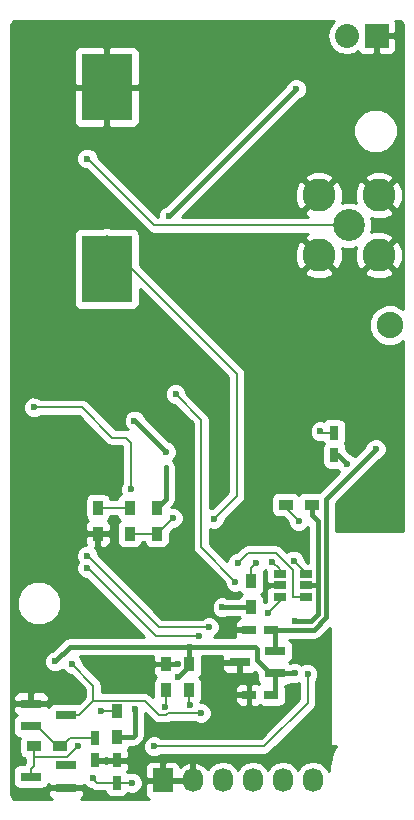
<source format=gbl>
G04 #@! TF.FileFunction,Copper,L2,Bot,Signal*
%FSLAX46Y46*%
G04 Gerber Fmt 4.6, Leading zero omitted, Abs format (unit mm)*
G04 Created by KiCad (PCBNEW (2015-11-03 BZR 6296)-product) date Wednesday, November 04, 2015 'PMt' 10:27:15 PM*
%MOMM*%
G01*
G04 APERTURE LIST*
%ADD10C,0.100000*%
%ADD11R,1.800860X0.800100*%
%ADD12R,0.750000X1.200000*%
%ADD13R,1.200000X0.750000*%
%ADD14C,2.800000*%
%ADD15C,2.700000*%
%ADD16R,4.300000X5.700000*%
%ADD17R,0.900000X1.200000*%
%ADD18R,1.200000X0.900000*%
%ADD19R,1.060000X0.650000*%
%ADD20R,1.727200X2.032000*%
%ADD21O,1.727200X2.032000*%
%ADD22C,2.235200*%
%ADD23R,2.032000X2.032000*%
%ADD24O,2.032000X2.032000*%
%ADD25C,0.600000*%
%ADD26C,0.200000*%
%ADD27C,0.400000*%
%ADD28C,0.254000*%
G04 APERTURE END LIST*
D10*
D11*
X182323860Y-122650000D03*
X182323860Y-120750000D03*
X185326140Y-121700000D03*
X185326140Y-125975000D03*
X185326140Y-127875000D03*
X182323860Y-126925000D03*
D12*
X189600000Y-127450000D03*
X189600000Y-125550000D03*
X187750000Y-123650000D03*
X187750000Y-125550000D03*
D13*
X202700000Y-114500000D03*
X200800000Y-114500000D03*
X202700000Y-120000000D03*
X200800000Y-120000000D03*
D12*
X208000000Y-97800000D03*
X208000000Y-99700000D03*
D14*
X206710000Y-77710000D03*
X206710000Y-82790000D03*
X211790000Y-82790000D03*
X211790000Y-77710000D03*
D15*
X209250000Y-80250000D03*
D16*
X188750000Y-68550000D03*
X188750000Y-83950000D03*
D17*
X189625000Y-123600000D03*
X189625000Y-121400000D03*
D18*
X184775000Y-124350000D03*
X182575000Y-124350000D03*
D17*
X201000000Y-110400000D03*
X201000000Y-112600000D03*
X195750000Y-117400000D03*
X195750000Y-119600000D03*
X193750000Y-117400000D03*
X193750000Y-119600000D03*
X193000000Y-104150000D03*
X193000000Y-106350000D03*
X190700000Y-106350000D03*
X190700000Y-104150000D03*
X188000000Y-104150000D03*
X188000000Y-106350000D03*
D19*
X203400000Y-111700000D03*
X203400000Y-110750000D03*
X203400000Y-109800000D03*
X205600000Y-109800000D03*
X205600000Y-111700000D03*
X205600000Y-110750000D03*
D11*
X203001140Y-116300000D03*
X203001140Y-118200000D03*
X199998860Y-117250000D03*
D20*
X193500000Y-127250000D03*
D21*
X196040000Y-127250000D03*
X198580000Y-127250000D03*
X201120000Y-127250000D03*
X203660000Y-127250000D03*
X206200000Y-127250000D03*
D18*
X206100000Y-103900000D03*
X203900000Y-103900000D03*
D22*
X212700000Y-88700000D03*
D23*
X211600000Y-64200000D03*
D24*
X209060000Y-64200000D03*
D25*
X187550000Y-127050000D03*
X205000000Y-105300000D03*
X190875000Y-127450000D03*
X192750000Y-124375000D03*
X205750000Y-118225000D03*
X199425000Y-114500000D03*
X197275000Y-117400000D03*
X194750000Y-117400000D03*
X187825000Y-117400000D03*
X202300000Y-110750000D03*
X211525000Y-99200000D03*
X194750000Y-118525000D03*
X191150000Y-121200000D03*
X184375000Y-117175000D03*
X204650000Y-113725000D03*
X204650000Y-118175000D03*
X195800000Y-115925000D03*
X198550000Y-112600000D03*
X206850000Y-97700000D03*
X193750000Y-99425000D03*
X191100000Y-96800000D03*
X194000000Y-79500000D03*
X204800000Y-68700000D03*
X187100000Y-74600000D03*
X197800000Y-105100000D03*
X185800000Y-117400000D03*
X196750000Y-121550000D03*
X201425000Y-108875000D03*
X195760257Y-120849980D03*
X193675431Y-120995591D03*
X194325000Y-105050000D03*
X202750000Y-108725000D03*
X202375000Y-113050000D03*
X199650000Y-110425000D03*
X194575000Y-94550000D03*
X187107370Y-108226308D03*
X197425000Y-114275000D03*
X187100000Y-109250000D03*
X196600000Y-115050000D03*
X190800000Y-102575000D03*
X182600000Y-95675000D03*
X204575000Y-108650000D03*
X199825000Y-108875000D03*
X209100000Y-100450000D03*
X188250000Y-121400000D03*
X186300000Y-124350000D03*
D26*
X187849999Y-127349999D02*
X187550000Y-127050000D01*
X187950000Y-127450000D02*
X187849999Y-127349999D01*
X189600000Y-127450000D02*
X187950000Y-127450000D01*
X203900000Y-103900000D02*
X203900000Y-104200000D01*
X203900000Y-104200000D02*
X205000000Y-105300000D01*
X190875000Y-127450000D02*
X189600000Y-127450000D01*
X202075000Y-124375000D02*
X192750000Y-124375000D01*
X205750000Y-120700000D02*
X202075000Y-124375000D01*
X205750000Y-118225000D02*
X205750000Y-120700000D01*
D27*
X200800000Y-114500000D02*
X199425000Y-114500000D01*
X193750000Y-117400000D02*
X194750000Y-117400000D01*
X197425000Y-117250000D02*
X199998860Y-117250000D01*
X197275000Y-117400000D02*
X197425000Y-117250000D01*
X193750000Y-117400000D02*
X187825000Y-117400000D01*
X203400000Y-110750000D02*
X202300000Y-110750000D01*
D26*
X182323860Y-122650000D02*
X182824240Y-122650000D01*
X182824240Y-122650000D02*
X184524240Y-124350000D01*
X184524240Y-124350000D02*
X184775000Y-124350000D01*
X184925000Y-124350000D02*
X185625000Y-123650000D01*
X185625000Y-123650000D02*
X187175000Y-123650000D01*
X187175000Y-123650000D02*
X187750000Y-123650000D01*
X187075000Y-123650000D02*
X187750000Y-123650000D01*
D27*
X206275000Y-114500000D02*
X202700000Y-114500000D01*
X207325000Y-113450000D02*
X206275000Y-114500000D01*
X207325000Y-103400000D02*
X207325000Y-113450000D01*
X211525000Y-99200000D02*
X207325000Y-103400000D01*
X202700000Y-114500000D02*
X203001140Y-114801140D01*
X203001140Y-114801140D02*
X203001140Y-116300000D01*
X206100000Y-103900000D02*
X206100000Y-104750000D01*
X206100000Y-104750000D02*
X206600000Y-105250000D01*
X206600000Y-105250000D02*
X206600000Y-110750000D01*
X189625000Y-123600000D02*
X191000000Y-123600000D01*
X194750000Y-118525000D02*
X195750000Y-117525000D01*
X191150000Y-123450000D02*
X191150000Y-121200000D01*
X191000000Y-123600000D02*
X191150000Y-123450000D01*
X195750000Y-117525000D02*
X195750000Y-117400000D01*
X184375000Y-117175000D02*
X185625000Y-115925000D01*
X185625000Y-115925000D02*
X195800000Y-115925000D01*
X203001140Y-118200000D02*
X202600000Y-118200000D01*
X202600000Y-118200000D02*
X201475000Y-117075000D01*
X201275000Y-115925000D02*
X195800000Y-115925000D01*
X201475000Y-116125000D02*
X201275000Y-115925000D01*
X201475000Y-117075000D02*
X201475000Y-116125000D01*
X203001140Y-118200000D02*
X204625000Y-118200000D01*
X206600000Y-110750000D02*
X205600000Y-110750000D01*
X206600000Y-113150000D02*
X206600000Y-110750000D01*
X206025000Y-113725000D02*
X206600000Y-113150000D01*
X204650000Y-113725000D02*
X206025000Y-113725000D01*
X204625000Y-118200000D02*
X204650000Y-118175000D01*
X201000000Y-112600000D02*
X198550000Y-112600000D01*
X195750000Y-115975000D02*
X195750000Y-117400000D01*
X195800000Y-115925000D02*
X195750000Y-115975000D01*
X203001140Y-118200000D02*
X203001140Y-119698860D01*
X203001140Y-119698860D02*
X202700000Y-120000000D01*
D26*
X206850000Y-97700000D02*
X206950000Y-97800000D01*
X206950000Y-97800000D02*
X208000000Y-97800000D01*
D27*
X191100000Y-96800000D02*
X191125000Y-96800000D01*
X191125000Y-96800000D02*
X193750000Y-99425000D01*
X204800000Y-68700000D02*
X194000000Y-79500000D01*
X193750000Y-100750000D02*
X193750000Y-103400000D01*
X193750000Y-103400000D02*
X193000000Y-104150000D01*
D26*
X187399999Y-74899999D02*
X187100000Y-74600000D01*
X192750000Y-80250000D02*
X187399999Y-74899999D01*
X209250000Y-80250000D02*
X192750000Y-80250000D01*
X199750000Y-92838002D02*
X199750000Y-103150000D01*
X199750000Y-103150000D02*
X197800000Y-105100000D01*
X188750000Y-81838002D02*
X188750000Y-81100000D01*
X199750000Y-92838002D02*
X188750000Y-81838002D01*
X187626571Y-120499999D02*
X187626571Y-119226571D01*
X187626571Y-119226571D02*
X185800000Y-117400000D01*
X193754875Y-121700021D02*
X193178873Y-121700021D01*
X186426570Y-121700000D02*
X185326140Y-121700000D01*
X196750000Y-121550000D02*
X193904896Y-121550000D01*
X193904896Y-121550000D02*
X193754875Y-121700021D01*
X187626571Y-120499999D02*
X186426570Y-121700000D01*
X193178873Y-121700021D02*
X191978851Y-120499999D01*
X191978851Y-120499999D02*
X187626571Y-120499999D01*
X201000000Y-110400000D02*
X201000000Y-109300000D01*
X201000000Y-109300000D02*
X201425000Y-108875000D01*
X195750000Y-120839723D02*
X195760257Y-120849980D01*
X195750000Y-119600000D02*
X195750000Y-120839723D01*
X193750000Y-120921022D02*
X193675431Y-120995591D01*
X193750000Y-119600000D02*
X193750000Y-120921022D01*
X202750000Y-108725000D02*
X203400000Y-109375000D01*
X203400000Y-109800000D02*
X203400000Y-109375000D01*
X194325000Y-105050000D02*
X193025000Y-106350000D01*
X193000000Y-106350000D02*
X193025000Y-106350000D01*
X190700000Y-106350000D02*
X193000000Y-106350000D01*
X190700000Y-104150000D02*
X188000000Y-104150000D01*
X203400000Y-111700000D02*
X203400000Y-112025000D01*
X203400000Y-112025000D02*
X202375000Y-113050000D01*
X199650000Y-110425000D02*
X196750000Y-107525000D01*
X196750000Y-107525000D02*
X196750000Y-96725000D01*
X196750000Y-96725000D02*
X194575000Y-94550000D01*
X187407369Y-108526307D02*
X187107370Y-108226308D01*
X197425000Y-114275000D02*
X193156062Y-114275000D01*
X193156062Y-114275000D02*
X187407369Y-108526307D01*
X187399999Y-109549999D02*
X187100000Y-109250000D01*
X192900000Y-115050000D02*
X187399999Y-109549999D01*
X196600000Y-115050000D02*
X192900000Y-115050000D01*
X190350000Y-98225000D02*
X189225000Y-98225000D01*
X190800000Y-102575000D02*
X190800000Y-98675000D01*
X190800000Y-98675000D02*
X190350000Y-98225000D01*
X186675000Y-95675000D02*
X182600000Y-95675000D01*
X189225000Y-98225000D02*
X186675000Y-95675000D01*
X205600000Y-109800000D02*
X205600000Y-109675000D01*
X205600000Y-109675000D02*
X204575000Y-108650000D01*
X199825000Y-108875000D02*
X200700000Y-108000000D01*
X200700000Y-108000000D02*
X203050000Y-108000000D01*
X203050000Y-108000000D02*
X204500000Y-109450000D01*
X204500000Y-109450000D02*
X204500000Y-111700000D01*
X204500000Y-111700000D02*
X205600000Y-111700000D01*
D27*
X209100000Y-100450000D02*
X208350000Y-99700000D01*
X208350000Y-99700000D02*
X208000000Y-99700000D01*
D26*
X182575000Y-125350000D02*
X182575000Y-124750010D01*
X182575000Y-126073810D02*
X182575000Y-125350000D01*
X182575000Y-125350000D02*
X182650051Y-125274949D01*
X182650051Y-125274949D02*
X185375051Y-125274949D01*
X186000001Y-124649999D02*
X186300000Y-124350000D01*
X185375051Y-125274949D02*
X186000001Y-124649999D01*
X182323860Y-126925000D02*
X182323860Y-126324950D01*
X182323860Y-126324950D02*
X182575000Y-126073810D01*
X188250000Y-121400000D02*
X189625000Y-121400000D01*
D28*
G36*
X207898224Y-63006036D02*
X207542066Y-63539063D01*
X207417000Y-64167812D01*
X207417000Y-64232188D01*
X207542066Y-64860937D01*
X207898224Y-65393964D01*
X208431251Y-65750122D01*
X209060000Y-65875188D01*
X209688749Y-65750122D01*
X210031670Y-65520989D01*
X210052455Y-65571167D01*
X210228833Y-65747545D01*
X210459282Y-65843000D01*
X211320250Y-65843000D01*
X211477000Y-65686250D01*
X211477000Y-64323000D01*
X211723000Y-64323000D01*
X211723000Y-65686250D01*
X211879750Y-65843000D01*
X212740718Y-65843000D01*
X212971167Y-65747545D01*
X213147545Y-65571167D01*
X213243000Y-65340718D01*
X213243000Y-64479750D01*
X213086250Y-64323000D01*
X211723000Y-64323000D01*
X211477000Y-64323000D01*
X211457000Y-64323000D01*
X211457000Y-64077000D01*
X211477000Y-64077000D01*
X211477000Y-64057000D01*
X211723000Y-64057000D01*
X211723000Y-64077000D01*
X213086250Y-64077000D01*
X213243000Y-63920250D01*
X213243000Y-63059282D01*
X213188207Y-62927000D01*
X213433320Y-62927000D01*
X213618532Y-62963841D01*
X213719017Y-63030983D01*
X213786159Y-63131468D01*
X213823000Y-63316679D01*
X213823000Y-77985282D01*
X213808407Y-77265783D01*
X213531338Y-76596880D01*
X213224717Y-76449231D01*
X211963948Y-77710000D01*
X213224717Y-78970769D01*
X213531338Y-78823120D01*
X213823000Y-78076511D01*
X213823000Y-83065282D01*
X213808407Y-82345783D01*
X213531338Y-81676880D01*
X213224717Y-81529231D01*
X211963948Y-82790000D01*
X213224717Y-84050769D01*
X213531338Y-83903120D01*
X213823000Y-83156511D01*
X213823000Y-87355568D01*
X213689527Y-87221862D01*
X213048545Y-86955703D01*
X212354500Y-86955098D01*
X211713054Y-87220137D01*
X211221862Y-87710473D01*
X210955703Y-88351455D01*
X210955098Y-89045500D01*
X211220137Y-89686946D01*
X211710473Y-90178138D01*
X212351455Y-90444297D01*
X213045500Y-90444902D01*
X213686946Y-90179863D01*
X213823000Y-90044046D01*
X213823000Y-106123000D01*
X208152000Y-106123000D01*
X208152000Y-103742554D01*
X211808803Y-100085751D01*
X212049417Y-99986331D01*
X212310414Y-99725789D01*
X212451839Y-99385201D01*
X212452161Y-99016417D01*
X212311331Y-98675583D01*
X212050789Y-98414586D01*
X211710201Y-98273161D01*
X211341417Y-98272839D01*
X211000583Y-98413669D01*
X210739586Y-98674211D01*
X210639002Y-98916444D01*
X209758209Y-99797237D01*
X209625789Y-99664586D01*
X209383556Y-99564002D01*
X209014283Y-99194729D01*
X209014283Y-99100000D01*
X208970563Y-98867648D01*
X208894788Y-98749890D01*
X208963917Y-98648717D01*
X209014283Y-98400000D01*
X209014283Y-97200000D01*
X208970563Y-96967648D01*
X208833243Y-96754247D01*
X208623717Y-96611083D01*
X208375000Y-96560717D01*
X207625000Y-96560717D01*
X207392648Y-96604437D01*
X207179247Y-96741757D01*
X207130696Y-96812814D01*
X207035201Y-96773161D01*
X206666417Y-96772839D01*
X206325583Y-96913669D01*
X206064586Y-97174211D01*
X205923161Y-97514799D01*
X205922839Y-97883583D01*
X206063669Y-98224417D01*
X206324211Y-98485414D01*
X206664799Y-98626839D01*
X207028459Y-98627157D01*
X207029437Y-98632352D01*
X207105212Y-98750110D01*
X207036083Y-98851283D01*
X206985717Y-99100000D01*
X206985717Y-100300000D01*
X207029437Y-100532352D01*
X207166757Y-100745753D01*
X207376283Y-100888917D01*
X207625000Y-100939283D01*
X208299152Y-100939283D01*
X208313669Y-100974417D01*
X208447232Y-101108214D01*
X206740223Y-102815223D01*
X206738081Y-102818429D01*
X206700000Y-102810717D01*
X205500000Y-102810717D01*
X205267648Y-102854437D01*
X205054247Y-102991757D01*
X205000666Y-103070174D01*
X204958243Y-103004247D01*
X204748717Y-102861083D01*
X204500000Y-102810717D01*
X203300000Y-102810717D01*
X203067648Y-102854437D01*
X202854247Y-102991757D01*
X202711083Y-103201283D01*
X202660717Y-103450000D01*
X202660717Y-104350000D01*
X202704437Y-104582352D01*
X202841757Y-104795753D01*
X203051283Y-104938917D01*
X203300000Y-104989283D01*
X203661149Y-104989283D01*
X204072911Y-105401045D01*
X204072839Y-105483583D01*
X204213669Y-105824417D01*
X204474211Y-106085414D01*
X204814799Y-106226839D01*
X205183583Y-106227161D01*
X205524417Y-106086331D01*
X205773000Y-105838181D01*
X205773000Y-108819866D01*
X205502089Y-108548955D01*
X205502161Y-108466417D01*
X205361331Y-108125583D01*
X205100789Y-107864586D01*
X204760201Y-107723161D01*
X204391417Y-107722839D01*
X204050583Y-107863669D01*
X203996145Y-107918012D01*
X203564067Y-107485933D01*
X203496661Y-107440894D01*
X203328211Y-107328340D01*
X203282052Y-107319158D01*
X203050000Y-107272999D01*
X203049995Y-107273000D01*
X200700005Y-107273000D01*
X200700000Y-107272999D01*
X200467948Y-107319158D01*
X200421789Y-107328340D01*
X200253339Y-107440894D01*
X200185933Y-107485933D01*
X199723955Y-107947911D01*
X199641417Y-107947839D01*
X199300583Y-108088669D01*
X199039586Y-108349211D01*
X198911297Y-108658164D01*
X197477000Y-107223866D01*
X197477000Y-105969620D01*
X197614799Y-106026839D01*
X197983583Y-106027161D01*
X198324417Y-105886331D01*
X198585414Y-105625789D01*
X198726839Y-105285201D01*
X198726912Y-105201221D01*
X200264064Y-103664069D01*
X200264067Y-103664067D01*
X200421660Y-103428211D01*
X200477000Y-103150000D01*
X200477000Y-92838002D01*
X200421660Y-92559791D01*
X200264067Y-92323935D01*
X200264064Y-92323933D01*
X192164849Y-84224717D01*
X205449231Y-84224717D01*
X205596880Y-84531338D01*
X206347992Y-84824759D01*
X207154217Y-84808407D01*
X207823120Y-84531338D01*
X207970769Y-84224717D01*
X210529231Y-84224717D01*
X210676880Y-84531338D01*
X211427992Y-84824759D01*
X212234217Y-84808407D01*
X212903120Y-84531338D01*
X213050769Y-84224717D01*
X211790000Y-82963948D01*
X210529231Y-84224717D01*
X207970769Y-84224717D01*
X206710000Y-82963948D01*
X205449231Y-84224717D01*
X192164849Y-84224717D01*
X191539283Y-83599151D01*
X191539283Y-82427992D01*
X204675241Y-82427992D01*
X204691593Y-83234217D01*
X204968662Y-83903120D01*
X205275283Y-84050769D01*
X206536052Y-82790000D01*
X205275283Y-81529231D01*
X204968662Y-81676880D01*
X204675241Y-82427992D01*
X191539283Y-82427992D01*
X191539283Y-81100000D01*
X191495563Y-80867648D01*
X191358243Y-80654247D01*
X191148717Y-80511083D01*
X190900000Y-80460717D01*
X189076667Y-80460717D01*
X189028211Y-80428340D01*
X188750000Y-80373000D01*
X188471789Y-80428340D01*
X188423333Y-80460717D01*
X186600000Y-80460717D01*
X186367648Y-80504437D01*
X186154247Y-80641757D01*
X186011083Y-80851283D01*
X185960717Y-81100000D01*
X185960717Y-86800000D01*
X186004437Y-87032352D01*
X186141757Y-87245753D01*
X186351283Y-87388917D01*
X186600000Y-87439283D01*
X190900000Y-87439283D01*
X191132352Y-87395563D01*
X191345753Y-87258243D01*
X191488917Y-87048717D01*
X191539283Y-86800000D01*
X191539283Y-85655419D01*
X199023000Y-93139135D01*
X199023000Y-102848867D01*
X197698955Y-104172911D01*
X197616417Y-104172839D01*
X197477000Y-104230445D01*
X197477000Y-96725000D01*
X197421660Y-96446789D01*
X197264067Y-96210933D01*
X197264064Y-96210931D01*
X195502089Y-94448955D01*
X195502161Y-94366417D01*
X195361331Y-94025583D01*
X195100789Y-93764586D01*
X194760201Y-93623161D01*
X194391417Y-93622839D01*
X194050583Y-93763669D01*
X193789586Y-94024211D01*
X193648161Y-94364799D01*
X193647839Y-94733583D01*
X193788669Y-95074417D01*
X194049211Y-95335414D01*
X194389799Y-95476839D01*
X194473779Y-95476912D01*
X196023000Y-97026133D01*
X196023000Y-107524995D01*
X196022999Y-107525000D01*
X196057913Y-107700519D01*
X196078340Y-107803211D01*
X196218008Y-108012240D01*
X196235933Y-108039067D01*
X198722911Y-110526044D01*
X198722839Y-110608583D01*
X198863669Y-110949417D01*
X199124211Y-111210414D01*
X199464799Y-111351839D01*
X199833583Y-111352161D01*
X199989955Y-111287549D01*
X200091757Y-111445753D01*
X200170174Y-111499334D01*
X200104247Y-111541757D01*
X199961083Y-111751283D01*
X199956685Y-111773000D01*
X198975639Y-111773000D01*
X198735201Y-111673161D01*
X198366417Y-111672839D01*
X198025583Y-111813669D01*
X197764586Y-112074211D01*
X197623161Y-112414799D01*
X197622839Y-112783583D01*
X197763669Y-113124417D01*
X198024211Y-113385414D01*
X198364799Y-113526839D01*
X198733583Y-113527161D01*
X198975991Y-113427000D01*
X199953430Y-113427000D01*
X199954437Y-113432352D01*
X200013222Y-113523706D01*
X199844833Y-113593455D01*
X199668455Y-113769833D01*
X199573000Y-114000282D01*
X199573000Y-114220250D01*
X199729750Y-114377000D01*
X200677000Y-114377000D01*
X200677000Y-114357000D01*
X200923000Y-114357000D01*
X200923000Y-114377000D01*
X200943000Y-114377000D01*
X200943000Y-114623000D01*
X200923000Y-114623000D01*
X200923000Y-114643000D01*
X200677000Y-114643000D01*
X200677000Y-114623000D01*
X199729750Y-114623000D01*
X199573000Y-114779750D01*
X199573000Y-114999718D01*
X199613710Y-115098000D01*
X197860671Y-115098000D01*
X197949417Y-115061331D01*
X198210414Y-114800789D01*
X198351839Y-114460201D01*
X198352161Y-114091417D01*
X198211331Y-113750583D01*
X197950789Y-113489586D01*
X197610201Y-113348161D01*
X197241417Y-113347839D01*
X196900583Y-113488669D01*
X196841148Y-113548000D01*
X193457195Y-113548000D01*
X188034459Y-108125263D01*
X188034531Y-108042725D01*
X187893701Y-107701891D01*
X187744660Y-107552590D01*
X187877000Y-107420250D01*
X187877000Y-106473000D01*
X188123000Y-106473000D01*
X188123000Y-107420250D01*
X188279750Y-107577000D01*
X188574718Y-107577000D01*
X188805167Y-107481545D01*
X188981545Y-107305167D01*
X189077000Y-107074718D01*
X189077000Y-106629750D01*
X188920250Y-106473000D01*
X188123000Y-106473000D01*
X187877000Y-106473000D01*
X187079750Y-106473000D01*
X186923000Y-106629750D01*
X186923000Y-107074718D01*
X187015995Y-107299228D01*
X186923787Y-107299147D01*
X186582953Y-107439977D01*
X186321956Y-107700519D01*
X186180531Y-108041107D01*
X186180209Y-108409891D01*
X186312329Y-108729646D01*
X186173161Y-109064799D01*
X186172839Y-109433583D01*
X186313669Y-109774417D01*
X186574211Y-110035414D01*
X186914799Y-110176839D01*
X186998778Y-110176912D01*
X191919866Y-115098000D01*
X185625000Y-115098000D01*
X185308521Y-115160952D01*
X185040223Y-115340223D01*
X184091197Y-116289249D01*
X183850583Y-116388669D01*
X183589586Y-116649211D01*
X183448161Y-116989799D01*
X183447839Y-117358583D01*
X183588669Y-117699417D01*
X183849211Y-117960414D01*
X184189799Y-118101839D01*
X184558583Y-118102161D01*
X184899417Y-117961331D01*
X184991103Y-117869804D01*
X185013669Y-117924417D01*
X185274211Y-118185414D01*
X185614799Y-118326839D01*
X185698779Y-118326912D01*
X186899571Y-119527704D01*
X186899571Y-120198866D01*
X186402203Y-120696233D01*
X186226570Y-120660667D01*
X184425710Y-120660667D01*
X184193358Y-120704387D01*
X183979957Y-120841707D01*
X183851290Y-121030016D01*
X183851290Y-121029750D01*
X183694540Y-120873000D01*
X182446860Y-120873000D01*
X182446860Y-120893000D01*
X182200860Y-120893000D01*
X182200860Y-120873000D01*
X180953180Y-120873000D01*
X180796430Y-121029750D01*
X180796430Y-121274768D01*
X180891885Y-121505217D01*
X181068263Y-121681595D01*
X181117258Y-121701889D01*
X180977677Y-121791707D01*
X180834513Y-122001233D01*
X180784147Y-122249950D01*
X180784147Y-123050050D01*
X180827867Y-123282402D01*
X180965187Y-123495803D01*
X181174713Y-123638967D01*
X181380152Y-123680569D01*
X181335717Y-123900000D01*
X181335717Y-124800000D01*
X181379437Y-125032352D01*
X181516757Y-125245753D01*
X181726283Y-125388917D01*
X181848000Y-125413565D01*
X181848000Y-125772676D01*
X181809793Y-125810883D01*
X181759824Y-125885667D01*
X181423430Y-125885667D01*
X181191078Y-125929387D01*
X180977677Y-126066707D01*
X180834513Y-126276233D01*
X180784147Y-126524950D01*
X180784147Y-127325050D01*
X180827867Y-127557402D01*
X180965187Y-127770803D01*
X181174713Y-127913967D01*
X181423430Y-127964333D01*
X183224290Y-127964333D01*
X183456642Y-127920613D01*
X183670043Y-127783293D01*
X183798710Y-127594984D01*
X183798710Y-127595250D01*
X183955460Y-127752000D01*
X185203140Y-127752000D01*
X185203140Y-127732000D01*
X185449140Y-127732000D01*
X185449140Y-127752000D01*
X186696820Y-127752000D01*
X186818988Y-127629832D01*
X187024211Y-127835414D01*
X187364799Y-127976839D01*
X187455166Y-127976918D01*
X187671789Y-128121660D01*
X187682945Y-128123879D01*
X187950000Y-128177001D01*
X187950005Y-128177000D01*
X188609614Y-128177000D01*
X188629437Y-128282352D01*
X188766757Y-128495753D01*
X188976283Y-128638917D01*
X189225000Y-128689283D01*
X189975000Y-128689283D01*
X190207352Y-128645563D01*
X190420753Y-128508243D01*
X190550157Y-128318855D01*
X190689799Y-128376839D01*
X191058583Y-128377161D01*
X191399417Y-128236331D01*
X191660414Y-127975789D01*
X191801839Y-127635201D01*
X191802161Y-127266417D01*
X191661331Y-126925583D01*
X191400789Y-126664586D01*
X191060201Y-126523161D01*
X190691417Y-126522839D01*
X190547753Y-126582200D01*
X190501457Y-126510255D01*
X190506545Y-126505167D01*
X190602000Y-126274718D01*
X190602000Y-126109282D01*
X192009400Y-126109282D01*
X192009400Y-126970250D01*
X192166150Y-127127000D01*
X193377000Y-127127000D01*
X193377000Y-125763750D01*
X193623000Y-125763750D01*
X193623000Y-127127000D01*
X195917000Y-127127000D01*
X195917000Y-125769433D01*
X195686128Y-125649614D01*
X195663156Y-125653872D01*
X195139351Y-125907981D01*
X194981028Y-126086173D01*
X194895145Y-125878833D01*
X194718767Y-125702455D01*
X194488318Y-125607000D01*
X193779750Y-125607000D01*
X193623000Y-125763750D01*
X193377000Y-125763750D01*
X193220250Y-125607000D01*
X192511682Y-125607000D01*
X192281233Y-125702455D01*
X192104855Y-125878833D01*
X192009400Y-126109282D01*
X190602000Y-126109282D01*
X190602000Y-125829750D01*
X190445250Y-125673000D01*
X189723000Y-125673000D01*
X189723000Y-125693000D01*
X189477000Y-125693000D01*
X189477000Y-125673000D01*
X188754750Y-125673000D01*
X188675000Y-125752750D01*
X188595250Y-125673000D01*
X187873000Y-125673000D01*
X187873000Y-125693000D01*
X187627000Y-125693000D01*
X187627000Y-125673000D01*
X187607000Y-125673000D01*
X187607000Y-125427000D01*
X187627000Y-125427000D01*
X187627000Y-125407000D01*
X187873000Y-125407000D01*
X187873000Y-125427000D01*
X188595250Y-125427000D01*
X188675000Y-125347250D01*
X188754750Y-125427000D01*
X189477000Y-125427000D01*
X189477000Y-125407000D01*
X189723000Y-125407000D01*
X189723000Y-125427000D01*
X190445250Y-125427000D01*
X190602000Y-125270250D01*
X190602000Y-124825282D01*
X190528260Y-124647257D01*
X190663917Y-124448717D01*
X190668315Y-124427000D01*
X191000000Y-124427000D01*
X191316479Y-124364048D01*
X191584777Y-124184777D01*
X191734777Y-124034777D01*
X191914048Y-123766479D01*
X191977000Y-123450000D01*
X191977000Y-121625639D01*
X192006152Y-121555434D01*
X192664804Y-122214085D01*
X192664806Y-122214088D01*
X192900662Y-122371681D01*
X193178873Y-122427021D01*
X193754870Y-122427021D01*
X193754875Y-122427022D01*
X193986927Y-122380863D01*
X194033086Y-122371681D01*
X194174787Y-122277000D01*
X196165899Y-122277000D01*
X196224211Y-122335414D01*
X196564799Y-122476839D01*
X196933583Y-122477161D01*
X197274417Y-122336331D01*
X197535414Y-122075789D01*
X197676839Y-121735201D01*
X197677161Y-121366417D01*
X197536331Y-121025583D01*
X197275789Y-120764586D01*
X196935201Y-120623161D01*
X196669882Y-120622929D01*
X196788917Y-120448717D01*
X196823133Y-120279750D01*
X199573000Y-120279750D01*
X199573000Y-120499718D01*
X199668455Y-120730167D01*
X199844833Y-120906545D01*
X200075282Y-121002000D01*
X200520250Y-121002000D01*
X200677000Y-120845250D01*
X200677000Y-120123000D01*
X199729750Y-120123000D01*
X199573000Y-120279750D01*
X196823133Y-120279750D01*
X196839283Y-120200000D01*
X196839283Y-119500282D01*
X199573000Y-119500282D01*
X199573000Y-119720250D01*
X199729750Y-119877000D01*
X200677000Y-119877000D01*
X200677000Y-119154750D01*
X200520250Y-118998000D01*
X200075282Y-118998000D01*
X199844833Y-119093455D01*
X199668455Y-119269833D01*
X199573000Y-119500282D01*
X196839283Y-119500282D01*
X196839283Y-119000000D01*
X196795563Y-118767648D01*
X196658243Y-118554247D01*
X196579826Y-118500666D01*
X196645753Y-118458243D01*
X196788917Y-118248717D01*
X196839283Y-118000000D01*
X196839283Y-117529750D01*
X198471430Y-117529750D01*
X198471430Y-117774768D01*
X198566885Y-118005217D01*
X198743263Y-118181595D01*
X198973712Y-118277050D01*
X199719110Y-118277050D01*
X199875860Y-118120300D01*
X199875860Y-117373000D01*
X198628180Y-117373000D01*
X198471430Y-117529750D01*
X196839283Y-117529750D01*
X196839283Y-116800000D01*
X196830251Y-116752000D01*
X198471430Y-116752000D01*
X198471430Y-116970250D01*
X198628180Y-117127000D01*
X199875860Y-117127000D01*
X199875860Y-117107000D01*
X200121860Y-117107000D01*
X200121860Y-117127000D01*
X200141860Y-117127000D01*
X200141860Y-117373000D01*
X200121860Y-117373000D01*
X200121860Y-118120300D01*
X200278610Y-118277050D01*
X201024008Y-118277050D01*
X201254457Y-118181595D01*
X201333249Y-118102803D01*
X201461427Y-118230981D01*
X201461427Y-118600050D01*
X201505147Y-118832402D01*
X201642467Y-119045803D01*
X201646073Y-119048267D01*
X201524718Y-118998000D01*
X201079750Y-118998000D01*
X200923000Y-119154750D01*
X200923000Y-119877000D01*
X200943000Y-119877000D01*
X200943000Y-120123000D01*
X200923000Y-120123000D01*
X200923000Y-120845250D01*
X201079750Y-121002000D01*
X201524718Y-121002000D01*
X201755167Y-120906545D01*
X201760099Y-120901613D01*
X201851283Y-120963917D01*
X202100000Y-121014283D01*
X203300000Y-121014283D01*
X203532352Y-120970563D01*
X203745753Y-120833243D01*
X203888917Y-120623717D01*
X203939283Y-120375000D01*
X203939283Y-119625000D01*
X203895563Y-119392648D01*
X203828140Y-119287870D01*
X203828140Y-119239333D01*
X203901570Y-119239333D01*
X204133922Y-119195613D01*
X204347323Y-119058293D01*
X204350109Y-119054215D01*
X204464799Y-119101839D01*
X204833583Y-119102161D01*
X205023000Y-119023895D01*
X205023000Y-120398866D01*
X201773866Y-123648000D01*
X193334101Y-123648000D01*
X193275789Y-123589586D01*
X192935201Y-123448161D01*
X192566417Y-123447839D01*
X192225583Y-123588669D01*
X191964586Y-123849211D01*
X191823161Y-124189799D01*
X191822839Y-124558583D01*
X191963669Y-124899417D01*
X192224211Y-125160414D01*
X192564799Y-125301839D01*
X192933583Y-125302161D01*
X193274417Y-125161331D01*
X193333852Y-125102000D01*
X202074995Y-125102000D01*
X202075000Y-125102001D01*
X202307052Y-125055842D01*
X202353211Y-125046660D01*
X202589067Y-124889067D01*
X206264067Y-121214067D01*
X206282865Y-121185933D01*
X206421660Y-120978211D01*
X206435915Y-120906545D01*
X206477001Y-120700000D01*
X206477000Y-120699995D01*
X206477000Y-118809101D01*
X206535414Y-118750789D01*
X206676839Y-118410201D01*
X206677161Y-118041417D01*
X206536331Y-117700583D01*
X206275789Y-117439586D01*
X205935201Y-117298161D01*
X205566417Y-117297839D01*
X205225583Y-117438669D01*
X205225184Y-117439067D01*
X205175789Y-117389586D01*
X204835201Y-117248161D01*
X204466417Y-117247839D01*
X204302985Y-117315368D01*
X204206099Y-117249168D01*
X204347323Y-117158293D01*
X204490487Y-116948767D01*
X204540853Y-116700050D01*
X204540853Y-115899950D01*
X204497133Y-115667598D01*
X204359813Y-115454197D01*
X204173655Y-115327000D01*
X206275000Y-115327000D01*
X206591479Y-115264048D01*
X206859777Y-115084777D01*
X207623000Y-114321554D01*
X207623000Y-124250000D01*
X207631685Y-124296159D01*
X207658965Y-124338553D01*
X207700590Y-124366994D01*
X207750000Y-124377000D01*
X208148536Y-124377000D01*
X207915456Y-124725829D01*
X207884734Y-124800000D01*
X207814369Y-124969874D01*
X207586008Y-126117924D01*
X207586008Y-126184604D01*
X207573000Y-126250000D01*
X207573000Y-126488796D01*
X207254013Y-126011399D01*
X206770428Y-125688277D01*
X206200000Y-125574812D01*
X205629572Y-125688277D01*
X205145987Y-126011399D01*
X204930000Y-126334646D01*
X204714013Y-126011399D01*
X204230428Y-125688277D01*
X203660000Y-125574812D01*
X203089572Y-125688277D01*
X202605987Y-126011399D01*
X202390000Y-126334646D01*
X202174013Y-126011399D01*
X201690428Y-125688277D01*
X201120000Y-125574812D01*
X200549572Y-125688277D01*
X200065987Y-126011399D01*
X199850000Y-126334646D01*
X199634013Y-126011399D01*
X199150428Y-125688277D01*
X198580000Y-125574812D01*
X198009572Y-125688277D01*
X197525987Y-126011399D01*
X197314180Y-126328389D01*
X196940649Y-125907981D01*
X196416844Y-125653872D01*
X196393872Y-125649614D01*
X196163000Y-125769433D01*
X196163000Y-127127000D01*
X196183000Y-127127000D01*
X196183000Y-127373000D01*
X196163000Y-127373000D01*
X196163000Y-127393000D01*
X195917000Y-127393000D01*
X195917000Y-127373000D01*
X193623000Y-127373000D01*
X193623000Y-127393000D01*
X193377000Y-127393000D01*
X193377000Y-127373000D01*
X192166150Y-127373000D01*
X192009400Y-127529750D01*
X192009400Y-128390718D01*
X192104855Y-128621167D01*
X192281233Y-128797545D01*
X192342687Y-128823000D01*
X186542132Y-128823000D01*
X186581737Y-128806595D01*
X186758115Y-128630217D01*
X186853570Y-128399768D01*
X186853570Y-128154750D01*
X186696820Y-127998000D01*
X185449140Y-127998000D01*
X185449140Y-128018000D01*
X185203140Y-128018000D01*
X185203140Y-127998000D01*
X183955460Y-127998000D01*
X183798710Y-128154750D01*
X183798710Y-128399768D01*
X183894165Y-128630217D01*
X184070543Y-128806595D01*
X184110148Y-128823000D01*
X181066679Y-128823000D01*
X180881468Y-128786159D01*
X180780983Y-128719017D01*
X180713841Y-128618532D01*
X180677000Y-128433320D01*
X180677000Y-120225232D01*
X180796430Y-120225232D01*
X180796430Y-120470250D01*
X180953180Y-120627000D01*
X182200860Y-120627000D01*
X182200860Y-119879700D01*
X182446860Y-119879700D01*
X182446860Y-120627000D01*
X183694540Y-120627000D01*
X183851290Y-120470250D01*
X183851290Y-120225232D01*
X183755835Y-119994783D01*
X183579457Y-119818405D01*
X183349008Y-119722950D01*
X182603610Y-119722950D01*
X182446860Y-119879700D01*
X182200860Y-119879700D01*
X182044110Y-119722950D01*
X181298712Y-119722950D01*
X181068263Y-119818405D01*
X180891885Y-119994783D01*
X180796430Y-120225232D01*
X180677000Y-120225232D01*
X180677000Y-112621720D01*
X181122675Y-112621720D01*
X181407829Y-113311846D01*
X181935376Y-113840316D01*
X182625004Y-114126674D01*
X183371720Y-114127325D01*
X184061846Y-113842171D01*
X184590316Y-113314624D01*
X184876674Y-112624996D01*
X184877325Y-111878280D01*
X184592171Y-111188154D01*
X184064624Y-110659684D01*
X183374996Y-110373326D01*
X182628280Y-110372675D01*
X181938154Y-110657829D01*
X181409684Y-111185376D01*
X181123326Y-111875004D01*
X181122675Y-112621720D01*
X180677000Y-112621720D01*
X180677000Y-95858583D01*
X181672839Y-95858583D01*
X181813669Y-96199417D01*
X182074211Y-96460414D01*
X182414799Y-96601839D01*
X182783583Y-96602161D01*
X183124417Y-96461331D01*
X183183852Y-96402000D01*
X186373866Y-96402000D01*
X188710931Y-98739064D01*
X188710933Y-98739067D01*
X188862325Y-98840223D01*
X188946790Y-98896661D01*
X189225000Y-98952001D01*
X189225005Y-98952000D01*
X190048866Y-98952000D01*
X190073000Y-98976134D01*
X190073000Y-101990899D01*
X190014586Y-102049211D01*
X189873161Y-102389799D01*
X189872839Y-102758583D01*
X189967182Y-102986911D01*
X189804247Y-103091757D01*
X189661083Y-103301283D01*
X189636435Y-103423000D01*
X189065386Y-103423000D01*
X189045563Y-103317648D01*
X188908243Y-103104247D01*
X188698717Y-102961083D01*
X188450000Y-102910717D01*
X187550000Y-102910717D01*
X187317648Y-102954437D01*
X187104247Y-103091757D01*
X186961083Y-103301283D01*
X186910717Y-103550000D01*
X186910717Y-104750000D01*
X186954437Y-104982352D01*
X187091757Y-105195753D01*
X187166479Y-105246809D01*
X187018455Y-105394833D01*
X186923000Y-105625282D01*
X186923000Y-106070250D01*
X187079750Y-106227000D01*
X187877000Y-106227000D01*
X187877000Y-106207000D01*
X188123000Y-106207000D01*
X188123000Y-106227000D01*
X188920250Y-106227000D01*
X189077000Y-106070250D01*
X189077000Y-105625282D01*
X188981545Y-105394833D01*
X188834421Y-105247709D01*
X188895753Y-105208243D01*
X189038917Y-104998717D01*
X189063565Y-104877000D01*
X189634614Y-104877000D01*
X189654437Y-104982352D01*
X189791757Y-105195753D01*
X189870174Y-105249334D01*
X189804247Y-105291757D01*
X189661083Y-105501283D01*
X189610717Y-105750000D01*
X189610717Y-106950000D01*
X189654437Y-107182352D01*
X189791757Y-107395753D01*
X190001283Y-107538917D01*
X190250000Y-107589283D01*
X191150000Y-107589283D01*
X191382352Y-107545563D01*
X191595753Y-107408243D01*
X191738917Y-107198717D01*
X191763565Y-107077000D01*
X191934614Y-107077000D01*
X191954437Y-107182352D01*
X192091757Y-107395753D01*
X192301283Y-107538917D01*
X192550000Y-107589283D01*
X193450000Y-107589283D01*
X193682352Y-107545563D01*
X193895753Y-107408243D01*
X194038917Y-107198717D01*
X194089283Y-106950000D01*
X194089283Y-106313851D01*
X194426044Y-105977089D01*
X194508583Y-105977161D01*
X194849417Y-105836331D01*
X195110414Y-105575789D01*
X195251839Y-105235201D01*
X195252161Y-104866417D01*
X195111331Y-104525583D01*
X194850789Y-104264586D01*
X194510201Y-104123161D01*
X194196667Y-104122887D01*
X194334777Y-103984777D01*
X194514048Y-103716479D01*
X194524473Y-103664067D01*
X194577000Y-103400000D01*
X194577000Y-100750000D01*
X194514048Y-100433521D01*
X194334777Y-100165223D01*
X194326288Y-100159551D01*
X194535414Y-99950789D01*
X194676839Y-99610201D01*
X194677161Y-99241417D01*
X194536331Y-98900583D01*
X194275789Y-98639586D01*
X194033557Y-98539002D01*
X191968147Y-96473593D01*
X191886331Y-96275583D01*
X191625789Y-96014586D01*
X191285201Y-95873161D01*
X190916417Y-95872839D01*
X190575583Y-96013669D01*
X190314586Y-96274211D01*
X190173161Y-96614799D01*
X190172839Y-96983583D01*
X190313669Y-97324417D01*
X190520880Y-97531990D01*
X190350000Y-97497999D01*
X190349995Y-97498000D01*
X189526133Y-97498000D01*
X187189067Y-95160933D01*
X187061639Y-95075789D01*
X186953211Y-95003340D01*
X186907052Y-94994158D01*
X186675000Y-94947999D01*
X186674995Y-94948000D01*
X183184101Y-94948000D01*
X183125789Y-94889586D01*
X182785201Y-94748161D01*
X182416417Y-94747839D01*
X182075583Y-94888669D01*
X181814586Y-95149211D01*
X181673161Y-95489799D01*
X181672839Y-95858583D01*
X180677000Y-95858583D01*
X180677000Y-74783583D01*
X186172839Y-74783583D01*
X186313669Y-75124417D01*
X186574211Y-75385414D01*
X186914799Y-75526839D01*
X186998778Y-75526912D01*
X192235933Y-80764067D01*
X192471789Y-80921660D01*
X192517948Y-80930842D01*
X192750000Y-80977001D01*
X192750005Y-80977000D01*
X205769887Y-80977000D01*
X205596880Y-81048662D01*
X205449231Y-81355283D01*
X206710000Y-82616052D01*
X206724143Y-82601910D01*
X206898091Y-82775858D01*
X206883948Y-82790000D01*
X208144717Y-84050769D01*
X208451338Y-83903120D01*
X208744759Y-83152008D01*
X208728407Y-82345783D01*
X208642511Y-82138413D01*
X208855025Y-82226656D01*
X209641524Y-82227343D01*
X209870600Y-82132691D01*
X209755241Y-82427992D01*
X209771593Y-83234217D01*
X210048662Y-83903120D01*
X210355283Y-84050769D01*
X211616052Y-82790000D01*
X211601910Y-82775858D01*
X211775858Y-82601910D01*
X211790000Y-82616052D01*
X213050769Y-81355283D01*
X212903120Y-81048662D01*
X212152008Y-80755241D01*
X211345783Y-80771593D01*
X211138413Y-80857489D01*
X211226656Y-80644975D01*
X211227343Y-79858476D01*
X211132691Y-79629400D01*
X211427992Y-79744759D01*
X212234217Y-79728407D01*
X212903120Y-79451338D01*
X213050769Y-79144717D01*
X211790000Y-77883948D01*
X211775858Y-77898091D01*
X211601910Y-77724143D01*
X211616052Y-77710000D01*
X210355283Y-76449231D01*
X210048662Y-76596880D01*
X209755241Y-77347992D01*
X209771593Y-78154217D01*
X209857489Y-78361587D01*
X209644975Y-78273344D01*
X208858476Y-78272657D01*
X208629400Y-78367309D01*
X208744759Y-78072008D01*
X208728407Y-77265783D01*
X208451338Y-76596880D01*
X208144717Y-76449231D01*
X206883948Y-77710000D01*
X206898091Y-77724143D01*
X206724143Y-77898091D01*
X206710000Y-77883948D01*
X205449231Y-79144717D01*
X205596880Y-79451338D01*
X205780324Y-79523000D01*
X195146554Y-79523000D01*
X197321562Y-77347992D01*
X204675241Y-77347992D01*
X204691593Y-78154217D01*
X204968662Y-78823120D01*
X205275283Y-78970769D01*
X206536052Y-77710000D01*
X205275283Y-76449231D01*
X204968662Y-76596880D01*
X204675241Y-77347992D01*
X197321562Y-77347992D01*
X198394271Y-76275283D01*
X205449231Y-76275283D01*
X206710000Y-77536052D01*
X207970769Y-76275283D01*
X210529231Y-76275283D01*
X211790000Y-77536052D01*
X213050769Y-76275283D01*
X212903120Y-75968662D01*
X212152008Y-75675241D01*
X211345783Y-75691593D01*
X210676880Y-75968662D01*
X210529231Y-76275283D01*
X207970769Y-76275283D01*
X207823120Y-75968662D01*
X207072008Y-75675241D01*
X206265783Y-75691593D01*
X205596880Y-75968662D01*
X205449231Y-76275283D01*
X198394271Y-76275283D01*
X202047834Y-72621720D01*
X209622675Y-72621720D01*
X209907829Y-73311846D01*
X210435376Y-73840316D01*
X211125004Y-74126674D01*
X211871720Y-74127325D01*
X212561846Y-73842171D01*
X213090316Y-73314624D01*
X213376674Y-72624996D01*
X213377325Y-71878280D01*
X213092171Y-71188154D01*
X212564624Y-70659684D01*
X211874996Y-70373326D01*
X211128280Y-70372675D01*
X210438154Y-70657829D01*
X209909684Y-71185376D01*
X209623326Y-71875004D01*
X209622675Y-72621720D01*
X202047834Y-72621720D01*
X205083805Y-69585750D01*
X205324417Y-69486331D01*
X205585414Y-69225789D01*
X205726839Y-68885201D01*
X205727161Y-68516417D01*
X205586331Y-68175583D01*
X205325789Y-67914586D01*
X204985201Y-67773161D01*
X204616417Y-67772839D01*
X204275583Y-67913669D01*
X204014586Y-68174211D01*
X203914002Y-68416443D01*
X193716197Y-78614249D01*
X193475583Y-78713669D01*
X193214586Y-78974211D01*
X193073161Y-79314799D01*
X193072979Y-79523000D01*
X193051134Y-79523000D01*
X188027089Y-74498955D01*
X188027161Y-74416417D01*
X187886331Y-74075583D01*
X187625789Y-73814586D01*
X187285201Y-73673161D01*
X186916417Y-73672839D01*
X186575583Y-73813669D01*
X186314586Y-74074211D01*
X186173161Y-74414799D01*
X186172839Y-74783583D01*
X180677000Y-74783583D01*
X180677000Y-68829750D01*
X185973000Y-68829750D01*
X185973000Y-71524718D01*
X186068455Y-71755167D01*
X186244833Y-71931545D01*
X186475282Y-72027000D01*
X188470250Y-72027000D01*
X188627000Y-71870250D01*
X188627000Y-68673000D01*
X188873000Y-68673000D01*
X188873000Y-71870250D01*
X189029750Y-72027000D01*
X191024718Y-72027000D01*
X191255167Y-71931545D01*
X191431545Y-71755167D01*
X191527000Y-71524718D01*
X191527000Y-68829750D01*
X191370250Y-68673000D01*
X188873000Y-68673000D01*
X188627000Y-68673000D01*
X186129750Y-68673000D01*
X185973000Y-68829750D01*
X180677000Y-68829750D01*
X180677000Y-65575282D01*
X185973000Y-65575282D01*
X185973000Y-68270250D01*
X186129750Y-68427000D01*
X188627000Y-68427000D01*
X188627000Y-65229750D01*
X188873000Y-65229750D01*
X188873000Y-68427000D01*
X191370250Y-68427000D01*
X191527000Y-68270250D01*
X191527000Y-65575282D01*
X191431545Y-65344833D01*
X191255167Y-65168455D01*
X191024718Y-65073000D01*
X189029750Y-65073000D01*
X188873000Y-65229750D01*
X188627000Y-65229750D01*
X188470250Y-65073000D01*
X186475282Y-65073000D01*
X186244833Y-65168455D01*
X186068455Y-65344833D01*
X185973000Y-65575282D01*
X180677000Y-65575282D01*
X180677000Y-63316680D01*
X180713841Y-63131468D01*
X180780983Y-63030983D01*
X180881468Y-62963841D01*
X181066679Y-62927000D01*
X208016509Y-62927000D01*
X207898224Y-63006036D01*
X207898224Y-63006036D01*
G37*
X207898224Y-63006036D02*
X207542066Y-63539063D01*
X207417000Y-64167812D01*
X207417000Y-64232188D01*
X207542066Y-64860937D01*
X207898224Y-65393964D01*
X208431251Y-65750122D01*
X209060000Y-65875188D01*
X209688749Y-65750122D01*
X210031670Y-65520989D01*
X210052455Y-65571167D01*
X210228833Y-65747545D01*
X210459282Y-65843000D01*
X211320250Y-65843000D01*
X211477000Y-65686250D01*
X211477000Y-64323000D01*
X211723000Y-64323000D01*
X211723000Y-65686250D01*
X211879750Y-65843000D01*
X212740718Y-65843000D01*
X212971167Y-65747545D01*
X213147545Y-65571167D01*
X213243000Y-65340718D01*
X213243000Y-64479750D01*
X213086250Y-64323000D01*
X211723000Y-64323000D01*
X211477000Y-64323000D01*
X211457000Y-64323000D01*
X211457000Y-64077000D01*
X211477000Y-64077000D01*
X211477000Y-64057000D01*
X211723000Y-64057000D01*
X211723000Y-64077000D01*
X213086250Y-64077000D01*
X213243000Y-63920250D01*
X213243000Y-63059282D01*
X213188207Y-62927000D01*
X213433320Y-62927000D01*
X213618532Y-62963841D01*
X213719017Y-63030983D01*
X213786159Y-63131468D01*
X213823000Y-63316679D01*
X213823000Y-77985282D01*
X213808407Y-77265783D01*
X213531338Y-76596880D01*
X213224717Y-76449231D01*
X211963948Y-77710000D01*
X213224717Y-78970769D01*
X213531338Y-78823120D01*
X213823000Y-78076511D01*
X213823000Y-83065282D01*
X213808407Y-82345783D01*
X213531338Y-81676880D01*
X213224717Y-81529231D01*
X211963948Y-82790000D01*
X213224717Y-84050769D01*
X213531338Y-83903120D01*
X213823000Y-83156511D01*
X213823000Y-87355568D01*
X213689527Y-87221862D01*
X213048545Y-86955703D01*
X212354500Y-86955098D01*
X211713054Y-87220137D01*
X211221862Y-87710473D01*
X210955703Y-88351455D01*
X210955098Y-89045500D01*
X211220137Y-89686946D01*
X211710473Y-90178138D01*
X212351455Y-90444297D01*
X213045500Y-90444902D01*
X213686946Y-90179863D01*
X213823000Y-90044046D01*
X213823000Y-106123000D01*
X208152000Y-106123000D01*
X208152000Y-103742554D01*
X211808803Y-100085751D01*
X212049417Y-99986331D01*
X212310414Y-99725789D01*
X212451839Y-99385201D01*
X212452161Y-99016417D01*
X212311331Y-98675583D01*
X212050789Y-98414586D01*
X211710201Y-98273161D01*
X211341417Y-98272839D01*
X211000583Y-98413669D01*
X210739586Y-98674211D01*
X210639002Y-98916444D01*
X209758209Y-99797237D01*
X209625789Y-99664586D01*
X209383556Y-99564002D01*
X209014283Y-99194729D01*
X209014283Y-99100000D01*
X208970563Y-98867648D01*
X208894788Y-98749890D01*
X208963917Y-98648717D01*
X209014283Y-98400000D01*
X209014283Y-97200000D01*
X208970563Y-96967648D01*
X208833243Y-96754247D01*
X208623717Y-96611083D01*
X208375000Y-96560717D01*
X207625000Y-96560717D01*
X207392648Y-96604437D01*
X207179247Y-96741757D01*
X207130696Y-96812814D01*
X207035201Y-96773161D01*
X206666417Y-96772839D01*
X206325583Y-96913669D01*
X206064586Y-97174211D01*
X205923161Y-97514799D01*
X205922839Y-97883583D01*
X206063669Y-98224417D01*
X206324211Y-98485414D01*
X206664799Y-98626839D01*
X207028459Y-98627157D01*
X207029437Y-98632352D01*
X207105212Y-98750110D01*
X207036083Y-98851283D01*
X206985717Y-99100000D01*
X206985717Y-100300000D01*
X207029437Y-100532352D01*
X207166757Y-100745753D01*
X207376283Y-100888917D01*
X207625000Y-100939283D01*
X208299152Y-100939283D01*
X208313669Y-100974417D01*
X208447232Y-101108214D01*
X206740223Y-102815223D01*
X206738081Y-102818429D01*
X206700000Y-102810717D01*
X205500000Y-102810717D01*
X205267648Y-102854437D01*
X205054247Y-102991757D01*
X205000666Y-103070174D01*
X204958243Y-103004247D01*
X204748717Y-102861083D01*
X204500000Y-102810717D01*
X203300000Y-102810717D01*
X203067648Y-102854437D01*
X202854247Y-102991757D01*
X202711083Y-103201283D01*
X202660717Y-103450000D01*
X202660717Y-104350000D01*
X202704437Y-104582352D01*
X202841757Y-104795753D01*
X203051283Y-104938917D01*
X203300000Y-104989283D01*
X203661149Y-104989283D01*
X204072911Y-105401045D01*
X204072839Y-105483583D01*
X204213669Y-105824417D01*
X204474211Y-106085414D01*
X204814799Y-106226839D01*
X205183583Y-106227161D01*
X205524417Y-106086331D01*
X205773000Y-105838181D01*
X205773000Y-108819866D01*
X205502089Y-108548955D01*
X205502161Y-108466417D01*
X205361331Y-108125583D01*
X205100789Y-107864586D01*
X204760201Y-107723161D01*
X204391417Y-107722839D01*
X204050583Y-107863669D01*
X203996145Y-107918012D01*
X203564067Y-107485933D01*
X203496661Y-107440894D01*
X203328211Y-107328340D01*
X203282052Y-107319158D01*
X203050000Y-107272999D01*
X203049995Y-107273000D01*
X200700005Y-107273000D01*
X200700000Y-107272999D01*
X200467948Y-107319158D01*
X200421789Y-107328340D01*
X200253339Y-107440894D01*
X200185933Y-107485933D01*
X199723955Y-107947911D01*
X199641417Y-107947839D01*
X199300583Y-108088669D01*
X199039586Y-108349211D01*
X198911297Y-108658164D01*
X197477000Y-107223866D01*
X197477000Y-105969620D01*
X197614799Y-106026839D01*
X197983583Y-106027161D01*
X198324417Y-105886331D01*
X198585414Y-105625789D01*
X198726839Y-105285201D01*
X198726912Y-105201221D01*
X200264064Y-103664069D01*
X200264067Y-103664067D01*
X200421660Y-103428211D01*
X200477000Y-103150000D01*
X200477000Y-92838002D01*
X200421660Y-92559791D01*
X200264067Y-92323935D01*
X200264064Y-92323933D01*
X192164849Y-84224717D01*
X205449231Y-84224717D01*
X205596880Y-84531338D01*
X206347992Y-84824759D01*
X207154217Y-84808407D01*
X207823120Y-84531338D01*
X207970769Y-84224717D01*
X210529231Y-84224717D01*
X210676880Y-84531338D01*
X211427992Y-84824759D01*
X212234217Y-84808407D01*
X212903120Y-84531338D01*
X213050769Y-84224717D01*
X211790000Y-82963948D01*
X210529231Y-84224717D01*
X207970769Y-84224717D01*
X206710000Y-82963948D01*
X205449231Y-84224717D01*
X192164849Y-84224717D01*
X191539283Y-83599151D01*
X191539283Y-82427992D01*
X204675241Y-82427992D01*
X204691593Y-83234217D01*
X204968662Y-83903120D01*
X205275283Y-84050769D01*
X206536052Y-82790000D01*
X205275283Y-81529231D01*
X204968662Y-81676880D01*
X204675241Y-82427992D01*
X191539283Y-82427992D01*
X191539283Y-81100000D01*
X191495563Y-80867648D01*
X191358243Y-80654247D01*
X191148717Y-80511083D01*
X190900000Y-80460717D01*
X189076667Y-80460717D01*
X189028211Y-80428340D01*
X188750000Y-80373000D01*
X188471789Y-80428340D01*
X188423333Y-80460717D01*
X186600000Y-80460717D01*
X186367648Y-80504437D01*
X186154247Y-80641757D01*
X186011083Y-80851283D01*
X185960717Y-81100000D01*
X185960717Y-86800000D01*
X186004437Y-87032352D01*
X186141757Y-87245753D01*
X186351283Y-87388917D01*
X186600000Y-87439283D01*
X190900000Y-87439283D01*
X191132352Y-87395563D01*
X191345753Y-87258243D01*
X191488917Y-87048717D01*
X191539283Y-86800000D01*
X191539283Y-85655419D01*
X199023000Y-93139135D01*
X199023000Y-102848867D01*
X197698955Y-104172911D01*
X197616417Y-104172839D01*
X197477000Y-104230445D01*
X197477000Y-96725000D01*
X197421660Y-96446789D01*
X197264067Y-96210933D01*
X197264064Y-96210931D01*
X195502089Y-94448955D01*
X195502161Y-94366417D01*
X195361331Y-94025583D01*
X195100789Y-93764586D01*
X194760201Y-93623161D01*
X194391417Y-93622839D01*
X194050583Y-93763669D01*
X193789586Y-94024211D01*
X193648161Y-94364799D01*
X193647839Y-94733583D01*
X193788669Y-95074417D01*
X194049211Y-95335414D01*
X194389799Y-95476839D01*
X194473779Y-95476912D01*
X196023000Y-97026133D01*
X196023000Y-107524995D01*
X196022999Y-107525000D01*
X196057913Y-107700519D01*
X196078340Y-107803211D01*
X196218008Y-108012240D01*
X196235933Y-108039067D01*
X198722911Y-110526044D01*
X198722839Y-110608583D01*
X198863669Y-110949417D01*
X199124211Y-111210414D01*
X199464799Y-111351839D01*
X199833583Y-111352161D01*
X199989955Y-111287549D01*
X200091757Y-111445753D01*
X200170174Y-111499334D01*
X200104247Y-111541757D01*
X199961083Y-111751283D01*
X199956685Y-111773000D01*
X198975639Y-111773000D01*
X198735201Y-111673161D01*
X198366417Y-111672839D01*
X198025583Y-111813669D01*
X197764586Y-112074211D01*
X197623161Y-112414799D01*
X197622839Y-112783583D01*
X197763669Y-113124417D01*
X198024211Y-113385414D01*
X198364799Y-113526839D01*
X198733583Y-113527161D01*
X198975991Y-113427000D01*
X199953430Y-113427000D01*
X199954437Y-113432352D01*
X200013222Y-113523706D01*
X199844833Y-113593455D01*
X199668455Y-113769833D01*
X199573000Y-114000282D01*
X199573000Y-114220250D01*
X199729750Y-114377000D01*
X200677000Y-114377000D01*
X200677000Y-114357000D01*
X200923000Y-114357000D01*
X200923000Y-114377000D01*
X200943000Y-114377000D01*
X200943000Y-114623000D01*
X200923000Y-114623000D01*
X200923000Y-114643000D01*
X200677000Y-114643000D01*
X200677000Y-114623000D01*
X199729750Y-114623000D01*
X199573000Y-114779750D01*
X199573000Y-114999718D01*
X199613710Y-115098000D01*
X197860671Y-115098000D01*
X197949417Y-115061331D01*
X198210414Y-114800789D01*
X198351839Y-114460201D01*
X198352161Y-114091417D01*
X198211331Y-113750583D01*
X197950789Y-113489586D01*
X197610201Y-113348161D01*
X197241417Y-113347839D01*
X196900583Y-113488669D01*
X196841148Y-113548000D01*
X193457195Y-113548000D01*
X188034459Y-108125263D01*
X188034531Y-108042725D01*
X187893701Y-107701891D01*
X187744660Y-107552590D01*
X187877000Y-107420250D01*
X187877000Y-106473000D01*
X188123000Y-106473000D01*
X188123000Y-107420250D01*
X188279750Y-107577000D01*
X188574718Y-107577000D01*
X188805167Y-107481545D01*
X188981545Y-107305167D01*
X189077000Y-107074718D01*
X189077000Y-106629750D01*
X188920250Y-106473000D01*
X188123000Y-106473000D01*
X187877000Y-106473000D01*
X187079750Y-106473000D01*
X186923000Y-106629750D01*
X186923000Y-107074718D01*
X187015995Y-107299228D01*
X186923787Y-107299147D01*
X186582953Y-107439977D01*
X186321956Y-107700519D01*
X186180531Y-108041107D01*
X186180209Y-108409891D01*
X186312329Y-108729646D01*
X186173161Y-109064799D01*
X186172839Y-109433583D01*
X186313669Y-109774417D01*
X186574211Y-110035414D01*
X186914799Y-110176839D01*
X186998778Y-110176912D01*
X191919866Y-115098000D01*
X185625000Y-115098000D01*
X185308521Y-115160952D01*
X185040223Y-115340223D01*
X184091197Y-116289249D01*
X183850583Y-116388669D01*
X183589586Y-116649211D01*
X183448161Y-116989799D01*
X183447839Y-117358583D01*
X183588669Y-117699417D01*
X183849211Y-117960414D01*
X184189799Y-118101839D01*
X184558583Y-118102161D01*
X184899417Y-117961331D01*
X184991103Y-117869804D01*
X185013669Y-117924417D01*
X185274211Y-118185414D01*
X185614799Y-118326839D01*
X185698779Y-118326912D01*
X186899571Y-119527704D01*
X186899571Y-120198866D01*
X186402203Y-120696233D01*
X186226570Y-120660667D01*
X184425710Y-120660667D01*
X184193358Y-120704387D01*
X183979957Y-120841707D01*
X183851290Y-121030016D01*
X183851290Y-121029750D01*
X183694540Y-120873000D01*
X182446860Y-120873000D01*
X182446860Y-120893000D01*
X182200860Y-120893000D01*
X182200860Y-120873000D01*
X180953180Y-120873000D01*
X180796430Y-121029750D01*
X180796430Y-121274768D01*
X180891885Y-121505217D01*
X181068263Y-121681595D01*
X181117258Y-121701889D01*
X180977677Y-121791707D01*
X180834513Y-122001233D01*
X180784147Y-122249950D01*
X180784147Y-123050050D01*
X180827867Y-123282402D01*
X180965187Y-123495803D01*
X181174713Y-123638967D01*
X181380152Y-123680569D01*
X181335717Y-123900000D01*
X181335717Y-124800000D01*
X181379437Y-125032352D01*
X181516757Y-125245753D01*
X181726283Y-125388917D01*
X181848000Y-125413565D01*
X181848000Y-125772676D01*
X181809793Y-125810883D01*
X181759824Y-125885667D01*
X181423430Y-125885667D01*
X181191078Y-125929387D01*
X180977677Y-126066707D01*
X180834513Y-126276233D01*
X180784147Y-126524950D01*
X180784147Y-127325050D01*
X180827867Y-127557402D01*
X180965187Y-127770803D01*
X181174713Y-127913967D01*
X181423430Y-127964333D01*
X183224290Y-127964333D01*
X183456642Y-127920613D01*
X183670043Y-127783293D01*
X183798710Y-127594984D01*
X183798710Y-127595250D01*
X183955460Y-127752000D01*
X185203140Y-127752000D01*
X185203140Y-127732000D01*
X185449140Y-127732000D01*
X185449140Y-127752000D01*
X186696820Y-127752000D01*
X186818988Y-127629832D01*
X187024211Y-127835414D01*
X187364799Y-127976839D01*
X187455166Y-127976918D01*
X187671789Y-128121660D01*
X187682945Y-128123879D01*
X187950000Y-128177001D01*
X187950005Y-128177000D01*
X188609614Y-128177000D01*
X188629437Y-128282352D01*
X188766757Y-128495753D01*
X188976283Y-128638917D01*
X189225000Y-128689283D01*
X189975000Y-128689283D01*
X190207352Y-128645563D01*
X190420753Y-128508243D01*
X190550157Y-128318855D01*
X190689799Y-128376839D01*
X191058583Y-128377161D01*
X191399417Y-128236331D01*
X191660414Y-127975789D01*
X191801839Y-127635201D01*
X191802161Y-127266417D01*
X191661331Y-126925583D01*
X191400789Y-126664586D01*
X191060201Y-126523161D01*
X190691417Y-126522839D01*
X190547753Y-126582200D01*
X190501457Y-126510255D01*
X190506545Y-126505167D01*
X190602000Y-126274718D01*
X190602000Y-126109282D01*
X192009400Y-126109282D01*
X192009400Y-126970250D01*
X192166150Y-127127000D01*
X193377000Y-127127000D01*
X193377000Y-125763750D01*
X193623000Y-125763750D01*
X193623000Y-127127000D01*
X195917000Y-127127000D01*
X195917000Y-125769433D01*
X195686128Y-125649614D01*
X195663156Y-125653872D01*
X195139351Y-125907981D01*
X194981028Y-126086173D01*
X194895145Y-125878833D01*
X194718767Y-125702455D01*
X194488318Y-125607000D01*
X193779750Y-125607000D01*
X193623000Y-125763750D01*
X193377000Y-125763750D01*
X193220250Y-125607000D01*
X192511682Y-125607000D01*
X192281233Y-125702455D01*
X192104855Y-125878833D01*
X192009400Y-126109282D01*
X190602000Y-126109282D01*
X190602000Y-125829750D01*
X190445250Y-125673000D01*
X189723000Y-125673000D01*
X189723000Y-125693000D01*
X189477000Y-125693000D01*
X189477000Y-125673000D01*
X188754750Y-125673000D01*
X188675000Y-125752750D01*
X188595250Y-125673000D01*
X187873000Y-125673000D01*
X187873000Y-125693000D01*
X187627000Y-125693000D01*
X187627000Y-125673000D01*
X187607000Y-125673000D01*
X187607000Y-125427000D01*
X187627000Y-125427000D01*
X187627000Y-125407000D01*
X187873000Y-125407000D01*
X187873000Y-125427000D01*
X188595250Y-125427000D01*
X188675000Y-125347250D01*
X188754750Y-125427000D01*
X189477000Y-125427000D01*
X189477000Y-125407000D01*
X189723000Y-125407000D01*
X189723000Y-125427000D01*
X190445250Y-125427000D01*
X190602000Y-125270250D01*
X190602000Y-124825282D01*
X190528260Y-124647257D01*
X190663917Y-124448717D01*
X190668315Y-124427000D01*
X191000000Y-124427000D01*
X191316479Y-124364048D01*
X191584777Y-124184777D01*
X191734777Y-124034777D01*
X191914048Y-123766479D01*
X191977000Y-123450000D01*
X191977000Y-121625639D01*
X192006152Y-121555434D01*
X192664804Y-122214085D01*
X192664806Y-122214088D01*
X192900662Y-122371681D01*
X193178873Y-122427021D01*
X193754870Y-122427021D01*
X193754875Y-122427022D01*
X193986927Y-122380863D01*
X194033086Y-122371681D01*
X194174787Y-122277000D01*
X196165899Y-122277000D01*
X196224211Y-122335414D01*
X196564799Y-122476839D01*
X196933583Y-122477161D01*
X197274417Y-122336331D01*
X197535414Y-122075789D01*
X197676839Y-121735201D01*
X197677161Y-121366417D01*
X197536331Y-121025583D01*
X197275789Y-120764586D01*
X196935201Y-120623161D01*
X196669882Y-120622929D01*
X196788917Y-120448717D01*
X196823133Y-120279750D01*
X199573000Y-120279750D01*
X199573000Y-120499718D01*
X199668455Y-120730167D01*
X199844833Y-120906545D01*
X200075282Y-121002000D01*
X200520250Y-121002000D01*
X200677000Y-120845250D01*
X200677000Y-120123000D01*
X199729750Y-120123000D01*
X199573000Y-120279750D01*
X196823133Y-120279750D01*
X196839283Y-120200000D01*
X196839283Y-119500282D01*
X199573000Y-119500282D01*
X199573000Y-119720250D01*
X199729750Y-119877000D01*
X200677000Y-119877000D01*
X200677000Y-119154750D01*
X200520250Y-118998000D01*
X200075282Y-118998000D01*
X199844833Y-119093455D01*
X199668455Y-119269833D01*
X199573000Y-119500282D01*
X196839283Y-119500282D01*
X196839283Y-119000000D01*
X196795563Y-118767648D01*
X196658243Y-118554247D01*
X196579826Y-118500666D01*
X196645753Y-118458243D01*
X196788917Y-118248717D01*
X196839283Y-118000000D01*
X196839283Y-117529750D01*
X198471430Y-117529750D01*
X198471430Y-117774768D01*
X198566885Y-118005217D01*
X198743263Y-118181595D01*
X198973712Y-118277050D01*
X199719110Y-118277050D01*
X199875860Y-118120300D01*
X199875860Y-117373000D01*
X198628180Y-117373000D01*
X198471430Y-117529750D01*
X196839283Y-117529750D01*
X196839283Y-116800000D01*
X196830251Y-116752000D01*
X198471430Y-116752000D01*
X198471430Y-116970250D01*
X198628180Y-117127000D01*
X199875860Y-117127000D01*
X199875860Y-117107000D01*
X200121860Y-117107000D01*
X200121860Y-117127000D01*
X200141860Y-117127000D01*
X200141860Y-117373000D01*
X200121860Y-117373000D01*
X200121860Y-118120300D01*
X200278610Y-118277050D01*
X201024008Y-118277050D01*
X201254457Y-118181595D01*
X201333249Y-118102803D01*
X201461427Y-118230981D01*
X201461427Y-118600050D01*
X201505147Y-118832402D01*
X201642467Y-119045803D01*
X201646073Y-119048267D01*
X201524718Y-118998000D01*
X201079750Y-118998000D01*
X200923000Y-119154750D01*
X200923000Y-119877000D01*
X200943000Y-119877000D01*
X200943000Y-120123000D01*
X200923000Y-120123000D01*
X200923000Y-120845250D01*
X201079750Y-121002000D01*
X201524718Y-121002000D01*
X201755167Y-120906545D01*
X201760099Y-120901613D01*
X201851283Y-120963917D01*
X202100000Y-121014283D01*
X203300000Y-121014283D01*
X203532352Y-120970563D01*
X203745753Y-120833243D01*
X203888917Y-120623717D01*
X203939283Y-120375000D01*
X203939283Y-119625000D01*
X203895563Y-119392648D01*
X203828140Y-119287870D01*
X203828140Y-119239333D01*
X203901570Y-119239333D01*
X204133922Y-119195613D01*
X204347323Y-119058293D01*
X204350109Y-119054215D01*
X204464799Y-119101839D01*
X204833583Y-119102161D01*
X205023000Y-119023895D01*
X205023000Y-120398866D01*
X201773866Y-123648000D01*
X193334101Y-123648000D01*
X193275789Y-123589586D01*
X192935201Y-123448161D01*
X192566417Y-123447839D01*
X192225583Y-123588669D01*
X191964586Y-123849211D01*
X191823161Y-124189799D01*
X191822839Y-124558583D01*
X191963669Y-124899417D01*
X192224211Y-125160414D01*
X192564799Y-125301839D01*
X192933583Y-125302161D01*
X193274417Y-125161331D01*
X193333852Y-125102000D01*
X202074995Y-125102000D01*
X202075000Y-125102001D01*
X202307052Y-125055842D01*
X202353211Y-125046660D01*
X202589067Y-124889067D01*
X206264067Y-121214067D01*
X206282865Y-121185933D01*
X206421660Y-120978211D01*
X206435915Y-120906545D01*
X206477001Y-120700000D01*
X206477000Y-120699995D01*
X206477000Y-118809101D01*
X206535414Y-118750789D01*
X206676839Y-118410201D01*
X206677161Y-118041417D01*
X206536331Y-117700583D01*
X206275789Y-117439586D01*
X205935201Y-117298161D01*
X205566417Y-117297839D01*
X205225583Y-117438669D01*
X205225184Y-117439067D01*
X205175789Y-117389586D01*
X204835201Y-117248161D01*
X204466417Y-117247839D01*
X204302985Y-117315368D01*
X204206099Y-117249168D01*
X204347323Y-117158293D01*
X204490487Y-116948767D01*
X204540853Y-116700050D01*
X204540853Y-115899950D01*
X204497133Y-115667598D01*
X204359813Y-115454197D01*
X204173655Y-115327000D01*
X206275000Y-115327000D01*
X206591479Y-115264048D01*
X206859777Y-115084777D01*
X207623000Y-114321554D01*
X207623000Y-124250000D01*
X207631685Y-124296159D01*
X207658965Y-124338553D01*
X207700590Y-124366994D01*
X207750000Y-124377000D01*
X208148536Y-124377000D01*
X207915456Y-124725829D01*
X207884734Y-124800000D01*
X207814369Y-124969874D01*
X207586008Y-126117924D01*
X207586008Y-126184604D01*
X207573000Y-126250000D01*
X207573000Y-126488796D01*
X207254013Y-126011399D01*
X206770428Y-125688277D01*
X206200000Y-125574812D01*
X205629572Y-125688277D01*
X205145987Y-126011399D01*
X204930000Y-126334646D01*
X204714013Y-126011399D01*
X204230428Y-125688277D01*
X203660000Y-125574812D01*
X203089572Y-125688277D01*
X202605987Y-126011399D01*
X202390000Y-126334646D01*
X202174013Y-126011399D01*
X201690428Y-125688277D01*
X201120000Y-125574812D01*
X200549572Y-125688277D01*
X200065987Y-126011399D01*
X199850000Y-126334646D01*
X199634013Y-126011399D01*
X199150428Y-125688277D01*
X198580000Y-125574812D01*
X198009572Y-125688277D01*
X197525987Y-126011399D01*
X197314180Y-126328389D01*
X196940649Y-125907981D01*
X196416844Y-125653872D01*
X196393872Y-125649614D01*
X196163000Y-125769433D01*
X196163000Y-127127000D01*
X196183000Y-127127000D01*
X196183000Y-127373000D01*
X196163000Y-127373000D01*
X196163000Y-127393000D01*
X195917000Y-127393000D01*
X195917000Y-127373000D01*
X193623000Y-127373000D01*
X193623000Y-127393000D01*
X193377000Y-127393000D01*
X193377000Y-127373000D01*
X192166150Y-127373000D01*
X192009400Y-127529750D01*
X192009400Y-128390718D01*
X192104855Y-128621167D01*
X192281233Y-128797545D01*
X192342687Y-128823000D01*
X186542132Y-128823000D01*
X186581737Y-128806595D01*
X186758115Y-128630217D01*
X186853570Y-128399768D01*
X186853570Y-128154750D01*
X186696820Y-127998000D01*
X185449140Y-127998000D01*
X185449140Y-128018000D01*
X185203140Y-128018000D01*
X185203140Y-127998000D01*
X183955460Y-127998000D01*
X183798710Y-128154750D01*
X183798710Y-128399768D01*
X183894165Y-128630217D01*
X184070543Y-128806595D01*
X184110148Y-128823000D01*
X181066679Y-128823000D01*
X180881468Y-128786159D01*
X180780983Y-128719017D01*
X180713841Y-128618532D01*
X180677000Y-128433320D01*
X180677000Y-120225232D01*
X180796430Y-120225232D01*
X180796430Y-120470250D01*
X180953180Y-120627000D01*
X182200860Y-120627000D01*
X182200860Y-119879700D01*
X182446860Y-119879700D01*
X182446860Y-120627000D01*
X183694540Y-120627000D01*
X183851290Y-120470250D01*
X183851290Y-120225232D01*
X183755835Y-119994783D01*
X183579457Y-119818405D01*
X183349008Y-119722950D01*
X182603610Y-119722950D01*
X182446860Y-119879700D01*
X182200860Y-119879700D01*
X182044110Y-119722950D01*
X181298712Y-119722950D01*
X181068263Y-119818405D01*
X180891885Y-119994783D01*
X180796430Y-120225232D01*
X180677000Y-120225232D01*
X180677000Y-112621720D01*
X181122675Y-112621720D01*
X181407829Y-113311846D01*
X181935376Y-113840316D01*
X182625004Y-114126674D01*
X183371720Y-114127325D01*
X184061846Y-113842171D01*
X184590316Y-113314624D01*
X184876674Y-112624996D01*
X184877325Y-111878280D01*
X184592171Y-111188154D01*
X184064624Y-110659684D01*
X183374996Y-110373326D01*
X182628280Y-110372675D01*
X181938154Y-110657829D01*
X181409684Y-111185376D01*
X181123326Y-111875004D01*
X181122675Y-112621720D01*
X180677000Y-112621720D01*
X180677000Y-95858583D01*
X181672839Y-95858583D01*
X181813669Y-96199417D01*
X182074211Y-96460414D01*
X182414799Y-96601839D01*
X182783583Y-96602161D01*
X183124417Y-96461331D01*
X183183852Y-96402000D01*
X186373866Y-96402000D01*
X188710931Y-98739064D01*
X188710933Y-98739067D01*
X188862325Y-98840223D01*
X188946790Y-98896661D01*
X189225000Y-98952001D01*
X189225005Y-98952000D01*
X190048866Y-98952000D01*
X190073000Y-98976134D01*
X190073000Y-101990899D01*
X190014586Y-102049211D01*
X189873161Y-102389799D01*
X189872839Y-102758583D01*
X189967182Y-102986911D01*
X189804247Y-103091757D01*
X189661083Y-103301283D01*
X189636435Y-103423000D01*
X189065386Y-103423000D01*
X189045563Y-103317648D01*
X188908243Y-103104247D01*
X188698717Y-102961083D01*
X188450000Y-102910717D01*
X187550000Y-102910717D01*
X187317648Y-102954437D01*
X187104247Y-103091757D01*
X186961083Y-103301283D01*
X186910717Y-103550000D01*
X186910717Y-104750000D01*
X186954437Y-104982352D01*
X187091757Y-105195753D01*
X187166479Y-105246809D01*
X187018455Y-105394833D01*
X186923000Y-105625282D01*
X186923000Y-106070250D01*
X187079750Y-106227000D01*
X187877000Y-106227000D01*
X187877000Y-106207000D01*
X188123000Y-106207000D01*
X188123000Y-106227000D01*
X188920250Y-106227000D01*
X189077000Y-106070250D01*
X189077000Y-105625282D01*
X188981545Y-105394833D01*
X188834421Y-105247709D01*
X188895753Y-105208243D01*
X189038917Y-104998717D01*
X189063565Y-104877000D01*
X189634614Y-104877000D01*
X189654437Y-104982352D01*
X189791757Y-105195753D01*
X189870174Y-105249334D01*
X189804247Y-105291757D01*
X189661083Y-105501283D01*
X189610717Y-105750000D01*
X189610717Y-106950000D01*
X189654437Y-107182352D01*
X189791757Y-107395753D01*
X190001283Y-107538917D01*
X190250000Y-107589283D01*
X191150000Y-107589283D01*
X191382352Y-107545563D01*
X191595753Y-107408243D01*
X191738917Y-107198717D01*
X191763565Y-107077000D01*
X191934614Y-107077000D01*
X191954437Y-107182352D01*
X192091757Y-107395753D01*
X192301283Y-107538917D01*
X192550000Y-107589283D01*
X193450000Y-107589283D01*
X193682352Y-107545563D01*
X193895753Y-107408243D01*
X194038917Y-107198717D01*
X194089283Y-106950000D01*
X194089283Y-106313851D01*
X194426044Y-105977089D01*
X194508583Y-105977161D01*
X194849417Y-105836331D01*
X195110414Y-105575789D01*
X195251839Y-105235201D01*
X195252161Y-104866417D01*
X195111331Y-104525583D01*
X194850789Y-104264586D01*
X194510201Y-104123161D01*
X194196667Y-104122887D01*
X194334777Y-103984777D01*
X194514048Y-103716479D01*
X194524473Y-103664067D01*
X194577000Y-103400000D01*
X194577000Y-100750000D01*
X194514048Y-100433521D01*
X194334777Y-100165223D01*
X194326288Y-100159551D01*
X194535414Y-99950789D01*
X194676839Y-99610201D01*
X194677161Y-99241417D01*
X194536331Y-98900583D01*
X194275789Y-98639586D01*
X194033557Y-98539002D01*
X191968147Y-96473593D01*
X191886331Y-96275583D01*
X191625789Y-96014586D01*
X191285201Y-95873161D01*
X190916417Y-95872839D01*
X190575583Y-96013669D01*
X190314586Y-96274211D01*
X190173161Y-96614799D01*
X190172839Y-96983583D01*
X190313669Y-97324417D01*
X190520880Y-97531990D01*
X190350000Y-97497999D01*
X190349995Y-97498000D01*
X189526133Y-97498000D01*
X187189067Y-95160933D01*
X187061639Y-95075789D01*
X186953211Y-95003340D01*
X186907052Y-94994158D01*
X186675000Y-94947999D01*
X186674995Y-94948000D01*
X183184101Y-94948000D01*
X183125789Y-94889586D01*
X182785201Y-94748161D01*
X182416417Y-94747839D01*
X182075583Y-94888669D01*
X181814586Y-95149211D01*
X181673161Y-95489799D01*
X181672839Y-95858583D01*
X180677000Y-95858583D01*
X180677000Y-74783583D01*
X186172839Y-74783583D01*
X186313669Y-75124417D01*
X186574211Y-75385414D01*
X186914799Y-75526839D01*
X186998778Y-75526912D01*
X192235933Y-80764067D01*
X192471789Y-80921660D01*
X192517948Y-80930842D01*
X192750000Y-80977001D01*
X192750005Y-80977000D01*
X205769887Y-80977000D01*
X205596880Y-81048662D01*
X205449231Y-81355283D01*
X206710000Y-82616052D01*
X206724143Y-82601910D01*
X206898091Y-82775858D01*
X206883948Y-82790000D01*
X208144717Y-84050769D01*
X208451338Y-83903120D01*
X208744759Y-83152008D01*
X208728407Y-82345783D01*
X208642511Y-82138413D01*
X208855025Y-82226656D01*
X209641524Y-82227343D01*
X209870600Y-82132691D01*
X209755241Y-82427992D01*
X209771593Y-83234217D01*
X210048662Y-83903120D01*
X210355283Y-84050769D01*
X211616052Y-82790000D01*
X211601910Y-82775858D01*
X211775858Y-82601910D01*
X211790000Y-82616052D01*
X213050769Y-81355283D01*
X212903120Y-81048662D01*
X212152008Y-80755241D01*
X211345783Y-80771593D01*
X211138413Y-80857489D01*
X211226656Y-80644975D01*
X211227343Y-79858476D01*
X211132691Y-79629400D01*
X211427992Y-79744759D01*
X212234217Y-79728407D01*
X212903120Y-79451338D01*
X213050769Y-79144717D01*
X211790000Y-77883948D01*
X211775858Y-77898091D01*
X211601910Y-77724143D01*
X211616052Y-77710000D01*
X210355283Y-76449231D01*
X210048662Y-76596880D01*
X209755241Y-77347992D01*
X209771593Y-78154217D01*
X209857489Y-78361587D01*
X209644975Y-78273344D01*
X208858476Y-78272657D01*
X208629400Y-78367309D01*
X208744759Y-78072008D01*
X208728407Y-77265783D01*
X208451338Y-76596880D01*
X208144717Y-76449231D01*
X206883948Y-77710000D01*
X206898091Y-77724143D01*
X206724143Y-77898091D01*
X206710000Y-77883948D01*
X205449231Y-79144717D01*
X205596880Y-79451338D01*
X205780324Y-79523000D01*
X195146554Y-79523000D01*
X197321562Y-77347992D01*
X204675241Y-77347992D01*
X204691593Y-78154217D01*
X204968662Y-78823120D01*
X205275283Y-78970769D01*
X206536052Y-77710000D01*
X205275283Y-76449231D01*
X204968662Y-76596880D01*
X204675241Y-77347992D01*
X197321562Y-77347992D01*
X198394271Y-76275283D01*
X205449231Y-76275283D01*
X206710000Y-77536052D01*
X207970769Y-76275283D01*
X210529231Y-76275283D01*
X211790000Y-77536052D01*
X213050769Y-76275283D01*
X212903120Y-75968662D01*
X212152008Y-75675241D01*
X211345783Y-75691593D01*
X210676880Y-75968662D01*
X210529231Y-76275283D01*
X207970769Y-76275283D01*
X207823120Y-75968662D01*
X207072008Y-75675241D01*
X206265783Y-75691593D01*
X205596880Y-75968662D01*
X205449231Y-76275283D01*
X198394271Y-76275283D01*
X202047834Y-72621720D01*
X209622675Y-72621720D01*
X209907829Y-73311846D01*
X210435376Y-73840316D01*
X211125004Y-74126674D01*
X211871720Y-74127325D01*
X212561846Y-73842171D01*
X213090316Y-73314624D01*
X213376674Y-72624996D01*
X213377325Y-71878280D01*
X213092171Y-71188154D01*
X212564624Y-70659684D01*
X211874996Y-70373326D01*
X211128280Y-70372675D01*
X210438154Y-70657829D01*
X209909684Y-71185376D01*
X209623326Y-71875004D01*
X209622675Y-72621720D01*
X202047834Y-72621720D01*
X205083805Y-69585750D01*
X205324417Y-69486331D01*
X205585414Y-69225789D01*
X205726839Y-68885201D01*
X205727161Y-68516417D01*
X205586331Y-68175583D01*
X205325789Y-67914586D01*
X204985201Y-67773161D01*
X204616417Y-67772839D01*
X204275583Y-67913669D01*
X204014586Y-68174211D01*
X203914002Y-68416443D01*
X193716197Y-78614249D01*
X193475583Y-78713669D01*
X193214586Y-78974211D01*
X193073161Y-79314799D01*
X193072979Y-79523000D01*
X193051134Y-79523000D01*
X188027089Y-74498955D01*
X188027161Y-74416417D01*
X187886331Y-74075583D01*
X187625789Y-73814586D01*
X187285201Y-73673161D01*
X186916417Y-73672839D01*
X186575583Y-73813669D01*
X186314586Y-74074211D01*
X186173161Y-74414799D01*
X186172839Y-74783583D01*
X180677000Y-74783583D01*
X180677000Y-68829750D01*
X185973000Y-68829750D01*
X185973000Y-71524718D01*
X186068455Y-71755167D01*
X186244833Y-71931545D01*
X186475282Y-72027000D01*
X188470250Y-72027000D01*
X188627000Y-71870250D01*
X188627000Y-68673000D01*
X188873000Y-68673000D01*
X188873000Y-71870250D01*
X189029750Y-72027000D01*
X191024718Y-72027000D01*
X191255167Y-71931545D01*
X191431545Y-71755167D01*
X191527000Y-71524718D01*
X191527000Y-68829750D01*
X191370250Y-68673000D01*
X188873000Y-68673000D01*
X188627000Y-68673000D01*
X186129750Y-68673000D01*
X185973000Y-68829750D01*
X180677000Y-68829750D01*
X180677000Y-65575282D01*
X185973000Y-65575282D01*
X185973000Y-68270250D01*
X186129750Y-68427000D01*
X188627000Y-68427000D01*
X188627000Y-65229750D01*
X188873000Y-65229750D01*
X188873000Y-68427000D01*
X191370250Y-68427000D01*
X191527000Y-68270250D01*
X191527000Y-65575282D01*
X191431545Y-65344833D01*
X191255167Y-65168455D01*
X191024718Y-65073000D01*
X189029750Y-65073000D01*
X188873000Y-65229750D01*
X188627000Y-65229750D01*
X188470250Y-65073000D01*
X186475282Y-65073000D01*
X186244833Y-65168455D01*
X186068455Y-65344833D01*
X185973000Y-65575282D01*
X180677000Y-65575282D01*
X180677000Y-63316680D01*
X180713841Y-63131468D01*
X180780983Y-63030983D01*
X180881468Y-62963841D01*
X181066679Y-62927000D01*
X208016509Y-62927000D01*
X207898224Y-63006036D01*
G36*
X192673000Y-117120250D02*
X192829750Y-117277000D01*
X193627000Y-117277000D01*
X193627000Y-117257000D01*
X193873000Y-117257000D01*
X193873000Y-117277000D01*
X193893000Y-117277000D01*
X193893000Y-117523000D01*
X193873000Y-117523000D01*
X193873000Y-117543000D01*
X193627000Y-117543000D01*
X193627000Y-117523000D01*
X192829750Y-117523000D01*
X192673000Y-117679750D01*
X192673000Y-118124718D01*
X192768455Y-118355167D01*
X192915579Y-118502291D01*
X192854247Y-118541757D01*
X192711083Y-118751283D01*
X192660717Y-119000000D01*
X192660717Y-120153731D01*
X192492918Y-119985932D01*
X192361663Y-119898231D01*
X192257062Y-119828339D01*
X192207121Y-119818405D01*
X191978851Y-119772998D01*
X191978846Y-119772999D01*
X188353571Y-119772999D01*
X188353571Y-119226571D01*
X188298231Y-118948360D01*
X188140638Y-118712504D01*
X188140635Y-118712502D01*
X186727089Y-117298955D01*
X186727161Y-117216417D01*
X186586331Y-116875583D01*
X186462963Y-116752000D01*
X192673000Y-116752000D01*
X192673000Y-117120250D01*
X192673000Y-117120250D01*
G37*
X192673000Y-117120250D02*
X192829750Y-117277000D01*
X193627000Y-117277000D01*
X193627000Y-117257000D01*
X193873000Y-117257000D01*
X193873000Y-117277000D01*
X193893000Y-117277000D01*
X193893000Y-117523000D01*
X193873000Y-117523000D01*
X193873000Y-117543000D01*
X193627000Y-117543000D01*
X193627000Y-117523000D01*
X192829750Y-117523000D01*
X192673000Y-117679750D01*
X192673000Y-118124718D01*
X192768455Y-118355167D01*
X192915579Y-118502291D01*
X192854247Y-118541757D01*
X192711083Y-118751283D01*
X192660717Y-119000000D01*
X192660717Y-120153731D01*
X192492918Y-119985932D01*
X192361663Y-119898231D01*
X192257062Y-119828339D01*
X192207121Y-119818405D01*
X191978851Y-119772998D01*
X191978846Y-119772999D01*
X188353571Y-119772999D01*
X188353571Y-119226571D01*
X188298231Y-118948360D01*
X188140638Y-118712504D01*
X188140635Y-118712502D01*
X186727089Y-117298955D01*
X186727161Y-117216417D01*
X186586331Y-116875583D01*
X186462963Y-116752000D01*
X192673000Y-116752000D01*
X192673000Y-117120250D01*
G36*
X202224211Y-109510414D02*
X202230717Y-109513116D01*
X202230717Y-110125000D01*
X202257233Y-110265920D01*
X202243000Y-110300282D01*
X202243000Y-110470250D01*
X202399750Y-110627000D01*
X202494077Y-110627000D01*
X202621283Y-110713917D01*
X202796879Y-110749476D01*
X202637648Y-110779437D01*
X202492247Y-110873000D01*
X202399750Y-110873000D01*
X202243000Y-111029750D01*
X202243000Y-111199718D01*
X202258590Y-111237356D01*
X202230717Y-111375000D01*
X202230717Y-112025000D01*
X202249136Y-112122889D01*
X202191417Y-112122839D01*
X202089283Y-112165040D01*
X202089283Y-112000000D01*
X202045563Y-111767648D01*
X201908243Y-111554247D01*
X201829826Y-111500666D01*
X201895753Y-111458243D01*
X202038917Y-111248717D01*
X202089283Y-111000000D01*
X202089283Y-109800000D01*
X202045563Y-109567648D01*
X202044664Y-109566250D01*
X202162512Y-109448607D01*
X202224211Y-109510414D01*
X202224211Y-109510414D01*
G37*
X202224211Y-109510414D02*
X202230717Y-109513116D01*
X202230717Y-110125000D01*
X202257233Y-110265920D01*
X202243000Y-110300282D01*
X202243000Y-110470250D01*
X202399750Y-110627000D01*
X202494077Y-110627000D01*
X202621283Y-110713917D01*
X202796879Y-110749476D01*
X202637648Y-110779437D01*
X202492247Y-110873000D01*
X202399750Y-110873000D01*
X202243000Y-111029750D01*
X202243000Y-111199718D01*
X202258590Y-111237356D01*
X202230717Y-111375000D01*
X202230717Y-112025000D01*
X202249136Y-112122889D01*
X202191417Y-112122839D01*
X202089283Y-112165040D01*
X202089283Y-112000000D01*
X202045563Y-111767648D01*
X201908243Y-111554247D01*
X201829826Y-111500666D01*
X201895753Y-111458243D01*
X202038917Y-111248717D01*
X202089283Y-111000000D01*
X202089283Y-109800000D01*
X202045563Y-109567648D01*
X202044664Y-109566250D01*
X202162512Y-109448607D01*
X202224211Y-109510414D01*
M02*

</source>
